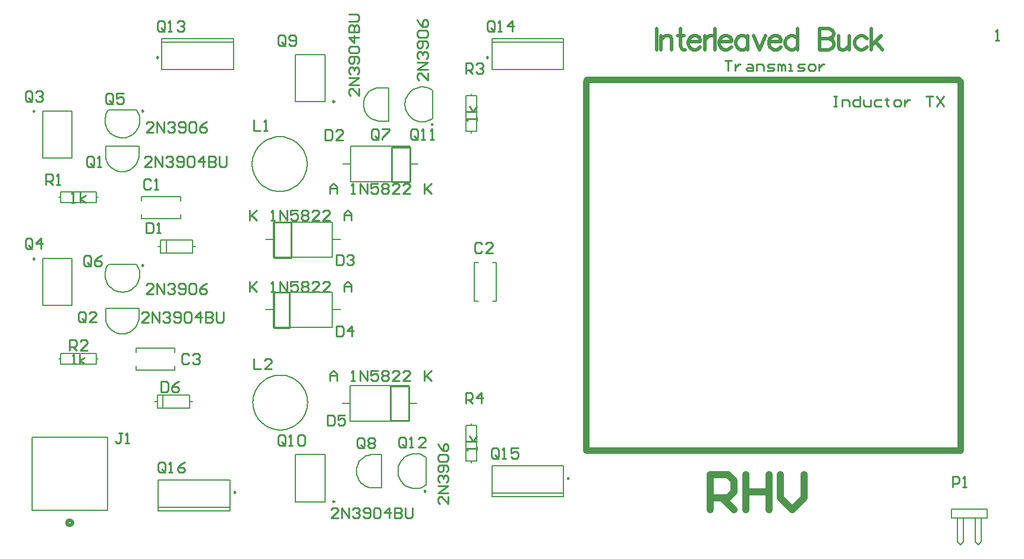
<source format=gto>
%FSTAX23Y23*%
%MOIN*%
%SFA1B1*%

%IPPOS*%
%ADD10C,0.020000*%
%ADD11C,0.009840*%
%ADD12C,0.007870*%
%ADD13C,0.010000*%
%ADD14C,0.006000*%
%ADD15C,0.035350*%
%ADD16C,0.019680*%
%ADD17C,0.039370*%
%LNpcb1-1*%
%LPD*%
G54D10*
X00321Y00025D02*
X00317Y00034D01*
X00308Y00039*
X00298Y00037*
X00292Y0003*
Y00019*
X00298Y00012*
X00308Y0001*
X00317Y00015*
X00321Y00025*
G54D11*
X02302Y00203D02*
X02294Y00207D01*
Y00199*
X02302Y00203*
X02341Y02261D02*
X02334Y02265D01*
Y02257*
X02341Y02261*
X00717Y0147D02*
X0071Y01474D01*
Y01466*
X00717Y0147*
Y02336D02*
X0071Y0234D01*
Y02332*
X00717Y02336*
X03105Y00275D02*
X03097Y00279D01*
Y00271*
X03105Y00275*
X00802Y02637D02*
X00794Y02642D01*
Y02633*
X00802Y02637*
X01233Y00196D02*
X01226Y00201D01*
Y00192*
X01233Y00196*
X02652Y02637D02*
X02645Y02642D01*
Y02633*
X02652Y02637*
X00109Y01507D02*
X00101Y01512D01*
Y01503*
X00109Y01507*
Y02334D02*
X00101Y02338D01*
Y0233*
X00109Y02334*
X0179Y00145D02*
X01782Y00149D01*
Y00141*
X0179Y00145*
Y02389D02*
X01782Y02394D01*
Y02385*
X0179Y02389*
G54D12*
X02303Y00392D02*
X02294Y00398D01*
X02285Y00403*
X02276Y00407*
X02266Y0041*
X02256Y00411*
X02246Y00412*
X02236Y00412*
X02226Y00411*
X02217Y00408*
X02207Y00405*
X02198Y00401*
X02189Y00396*
X02181Y0039*
X02174Y00383*
X02167Y00375*
X02161Y00367*
X02156Y00358*
X02152Y00349*
X02149Y00339*
X02147Y0033*
X02146Y0032*
Y00309*
X02147Y00299*
X02149Y0029*
X02152Y0028*
X02156Y00271*
X02161Y00262*
X02167Y00254*
X02174Y00246*
X02181Y00239*
X02189Y00233*
X02198Y00228*
X02207Y00224*
X02217Y0022*
X02226Y00218*
X02236Y00217*
X02246Y00217*
X02256Y00218*
X02266Y00219*
X02276Y00222*
X02285Y00226*
X02294Y00231*
X02303Y00237*
X02007Y00408D02*
X01997Y00408D01*
X01987Y00406*
X01977Y00403*
X01967Y004*
X01958Y00395*
X0195Y00389*
X01942Y00382*
X01935Y00375*
X01929Y00367*
X01924Y00358*
X0192Y00349*
X01917Y0034*
X01914Y0033*
X01913Y0032*
Y00309*
X01914Y00299*
X01917Y00289*
X0192Y0028*
X01924Y00271*
X01929Y00262*
X01935Y00254*
X01942Y00246*
X0195Y0024*
X01958Y00234*
X01967Y00229*
X01977Y00226*
X01987Y00223*
X01997Y00221*
X02007Y00221*
X02342Y0245D02*
X02334Y02456D01*
X02325Y02461*
X02315Y02465*
X02306Y02467*
X02296Y02469*
X02286Y0247*
X02276Y0247*
X02266Y02469*
X02256Y02466*
X02246Y02463*
X02237Y02459*
X02229Y02454*
X0222Y02448*
X02213Y02441*
X02206Y02433*
X02201Y02425*
X02196Y02416*
X02191Y02407*
X02188Y02397*
X02186Y02387*
X02185Y02377*
Y02367*
X02186Y02357*
X02188Y02347*
X02191Y02338*
X02196Y02329*
X02201Y0232*
X02206Y02312*
X02213Y02304*
X0222Y02297*
X02229Y02291*
X02237Y02286*
X02246Y02282*
X02256Y02278*
X02266Y02276*
X02276Y02275*
X02286Y02275*
X02296Y02275*
X02306Y02277*
X02315Y0228*
X02325Y02284*
X02334Y02289*
X02342Y02294*
X02046Y02466D02*
X02036Y02465D01*
X02026Y02464*
X02016Y02461*
X02007Y02457*
X01998Y02453*
X01989Y02447*
X01982Y0244*
X01975Y02433*
X01969Y02425*
X01963Y02416*
X01959Y02407*
X01956Y02397*
X01954Y02387*
X01953Y02377*
Y02367*
X01954Y02357*
X01956Y02347*
X01959Y02338*
X01963Y02328*
X01969Y0232*
X01975Y02312*
X01982Y02304*
X01989Y02298*
X01998Y02292*
X02007Y02287*
X02016Y02284*
X02026Y02281*
X02036Y02279*
X02046Y02279*
X00506Y01179D02*
X00506Y01169D01*
X00508Y01159*
X00511Y01149*
X00514Y0114*
X00519Y01131*
X00525Y01122*
X00531Y01114*
X00539Y01108*
X00547Y01101*
X00556Y01096*
X00565Y01092*
X00574Y01089*
X00584Y01086*
X00594Y01085*
X00605*
X00615Y01086*
X00625Y01089*
X00634Y01092*
X00643Y01096*
X00652Y01101*
X0066Y01108*
X00668Y01114*
X00674Y01122*
X0068Y01131*
X00685Y0114*
X00688Y01149*
X00691Y01159*
X00693Y01169*
X00693Y01179*
X00523Y01476D02*
X00517Y01468D01*
X00512Y01459*
X00508Y01449*
X00506Y0144*
X00504Y0143*
X00503Y0142*
X00503Y0141*
X00504Y014*
X00507Y0139*
X0051Y0138*
X00514Y01371*
X00519Y01362*
X00525Y01354*
X00532Y01347*
X0054Y0134*
X00548Y01334*
X00557Y01329*
X00566Y01325*
X00576Y01322*
X00586Y0132*
X00596Y01319*
X00606*
X00616Y0132*
X00626Y01322*
X00635Y01325*
X00644Y01329*
X00653Y01334*
X00661Y0134*
X00669Y01347*
X00676Y01354*
X00682Y01362*
X00687Y01371*
X00691Y0138*
X00695Y0139*
X00697Y014*
X00698Y0141*
X00698Y0142*
X00698Y0143*
X00696Y0144*
X00693Y01449*
X00689Y01459*
X00684Y01468*
X00679Y01476*
X00523Y02342D02*
X00517Y02334D01*
X00512Y02325*
X00508Y02315*
X00506Y02306*
X00504Y02296*
X00503Y02286*
X00503Y02276*
X00504Y02266*
X00507Y02256*
X0051Y02246*
X00514Y02237*
X00519Y02229*
X00525Y0222*
X00532Y02213*
X0054Y02206*
X00548Y02201*
X00557Y02196*
X00566Y02191*
X00576Y02188*
X00586Y02186*
X00596Y02185*
X00606*
X00616Y02186*
X00626Y02188*
X00635Y02191*
X00644Y02196*
X00653Y02201*
X00661Y02206*
X00669Y02213*
X00676Y0222*
X00682Y02229*
X00687Y02237*
X00691Y02246*
X00695Y02256*
X00697Y02266*
X00698Y02276*
X00698Y02286*
X00698Y02296*
X00696Y02306*
X00693Y02315*
X00689Y02325*
X00684Y02334*
X00679Y02342*
X00506Y02089D02*
X00506Y02079D01*
X00508Y02069*
X00511Y02059*
X00514Y0205*
X00519Y02041*
X00525Y02032*
X00531Y02024*
X00539Y02017*
X00547Y02011*
X00556Y02006*
X00565Y02002*
X00574Y01999*
X00584Y01996*
X00594Y01995*
X00605*
X00615Y01996*
X00625Y01999*
X00634Y02002*
X00643Y02006*
X00652Y02011*
X0066Y02017*
X00668Y02024*
X00674Y02032*
X0068Y02041*
X00685Y0205*
X00688Y02059*
X00691Y02069*
X00693Y02079*
X00693Y02089*
X01636Y02038D02*
X01636Y02048D01*
X01635Y02058*
X01633Y02068*
X01631Y02077*
X01628Y02087*
X01624Y02096*
X0162Y02106*
X01616Y02114*
X0161Y02123*
X01604Y02131*
X01598Y02139*
X01591Y02146*
X01584Y02153*
X01576Y02159*
X01568Y02165*
X01559Y02171*
X0155Y02175*
X01541Y02179*
X01532Y02183*
X01522Y02186*
X01513Y02188*
X01503Y0219*
X01493Y02191*
X01483Y02191*
X01473Y02191*
X01463Y0219*
X01453Y02188*
X01443Y02186*
X01433Y02183*
X01424Y02179*
X01415Y02175*
X01406Y02171*
X01397Y02165*
X01389Y02159*
X01381Y02153*
X01374Y02146*
X01367Y02139*
X01361Y02131*
X01355Y02123*
X0135Y02114*
X01345Y02106*
X01341Y02096*
X01337Y02087*
X01334Y02077*
X01332Y02068*
X0133Y02058*
X01329Y02048*
X01329Y02038*
X01329Y02028*
X0133Y02018*
X01332Y02008*
X01334Y01998*
X01337Y01988*
X01341Y01979*
X01345Y0197*
X0135Y01961*
X01355Y01952*
X01361Y01944*
X01367Y01936*
X01374Y01929*
X01381Y01922*
X01389Y01916*
X01397Y0191*
X01406Y01905*
X01415Y019*
X01424Y01896*
X01433Y01892*
X01443Y01889*
X01453Y01887*
X01463Y01885*
X01473Y01884*
X01483Y01884*
X01493Y01884*
X01503Y01885*
X01513Y01887*
X01522Y01889*
X01532Y01892*
X01541Y01896*
X0155Y019*
X01559Y01905*
X01568Y0191*
X01576Y01916*
X01584Y01922*
X01591Y01929*
X01598Y01936*
X01604Y01944*
X0161Y01952*
X01616Y01961*
X0162Y0197*
X01624Y01979*
X01628Y01988*
X01631Y01998*
X01633Y02008*
X01635Y02018*
X01636Y02028*
X01636Y02038*
X0164Y007D02*
X01639Y0071D01*
X01638Y0072*
X01637Y00729*
X01634Y00739*
X01631Y00749*
X01628Y00758*
X01624Y00767*
X01619Y00776*
X01614Y00785*
X01608Y00793*
X01601Y00801*
X01595Y00808*
X01587Y00815*
X01579Y00821*
X01571Y00827*
X01563Y00832*
X01554Y00837*
X01545Y00841*
X01535Y00845*
X01526Y00848*
X01516Y0085*
X01506Y00852*
X01496Y00853*
X01486Y00853*
X01476Y00853*
X01466Y00852*
X01456Y0085*
X01446Y00848*
X01437Y00845*
X01427Y00841*
X01418Y00837*
X01409Y00832*
X01401Y00827*
X01393Y00821*
X01385Y00815*
X01377Y00808*
X01371Y00801*
X01364Y00793*
X01358Y00785*
X01353Y00776*
X01348Y00767*
X01344Y00758*
X01341Y00749*
X01338Y00739*
X01335Y00729*
X01334Y0072*
X01333Y0071*
X01332Y007*
X01333Y00689*
X01334Y00679*
X01335Y0067*
X01338Y0066*
X01341Y0065*
X01344Y00641*
X01348Y00632*
X01353Y00623*
X01358Y00614*
X01364Y00606*
X01371Y00598*
X01377Y00591*
X01385Y00584*
X01393Y00578*
X01401Y00572*
X01409Y00567*
X01418Y00562*
X01427Y00558*
X01437Y00554*
X01446Y00551*
X01456Y00549*
X01466Y00547*
X01476Y00546*
X01486Y00546*
X01496Y00546*
X01506Y00547*
X01516Y00549*
X01526Y00551*
X01535Y00554*
X01545Y00558*
X01554Y00562*
X01563Y00567*
X01571Y00572*
X01579Y00578*
X01587Y00584*
X01595Y00591*
X01601Y00598*
X01608Y00606*
X01614Y00614*
X01619Y00623*
X01624Y00632*
X01628Y00641*
X01631Y0065*
X01634Y0066*
X01637Y0067*
X01638Y00679*
X01639Y00689*
X0164Y007*
X02559Y02422D02*
Y02431D01*
Y02213D02*
Y02222D01*
Y02422D02*
X02589D01*
Y02222D02*
Y02422D01*
X02529Y02222D02*
X02589D01*
X02529D02*
Y02422D01*
X02559*
X02208Y00695D02*
X02252D01*
X01833D02*
X01877D01*
X02208Y00595D02*
Y00794D01*
X01877Y00595D02*
X02208D01*
X01877D02*
Y00794D01*
X02208*
X01404Y01614D02*
X01448D01*
X01779D02*
X01823D01*
X01448Y01514D02*
Y01713D01*
X01779*
Y01514D02*
Y01713D01*
X01448Y01514D02*
X01779D01*
X01448Y01121D02*
X01779D01*
Y01319*
X01448D02*
X01779D01*
X01448Y01121D02*
Y01319D01*
X01779Y0122D02*
X01823D01*
X01404D02*
X01448D01*
X00895Y00882D02*
Y00906D01*
Y00983D02*
Y01006D01*
X00679D02*
X00895D01*
X00679Y00882D02*
Y00906D01*
Y00983D02*
Y01006D01*
Y00882D02*
X00895D01*
X00709Y01832D02*
Y01856D01*
Y01732D02*
Y01755D01*
Y01732D02*
X00926D01*
Y01832D02*
Y01856D01*
Y01732D02*
Y01755D01*
X00709Y01856D02*
X00926D01*
X02303Y00237D02*
Y00392D01*
X02007Y00408D02*
X02055D01*
Y00221D02*
Y00408D01*
X02007Y00221D02*
X02055D01*
X02699Y01269D02*
Y01486D01*
X02575Y01269D02*
X02599D01*
X02676D02*
X02699D01*
X02575D02*
Y01486D01*
X02599*
X02676D02*
X02699D01*
X05416Y-00083D02*
Y0005D01*
X054Y-001D02*
X05416Y-00083D01*
X05383D02*
X054Y-001D01*
X05383Y-00083D02*
Y0005D01*
X05316Y-00083D02*
Y0005D01*
X053Y-001D02*
X05316Y-00083D01*
X05283D02*
X053Y-001D01*
X05283Y-00083D02*
Y0005D01*
X0525Y001D02*
X0545D01*
X0525Y0005D02*
Y001D01*
X0545Y0005D02*
Y001D01*
X0525Y0005D02*
X0545D01*
X02342Y02294D02*
Y0245D01*
X02046Y02466D02*
X02094D01*
Y02279D02*
Y02466D01*
X02046Y02279D02*
X02094D01*
X00454Y00944D02*
X00463D01*
X00245D02*
X00254D01*
X00454Y00914D02*
Y00944D01*
X00254Y00914D02*
X00454D01*
X00254D02*
Y00974D01*
X00454*
Y00944D02*
Y00974D01*
X00506Y01179D02*
Y01227D01*
X00693*
Y01179D02*
Y01227D01*
X00523Y01476D02*
X00679D01*
X00815Y01612D02*
X00995D01*
Y01537D02*
Y01612D01*
X00815Y01537D02*
X00995D01*
X00815D02*
Y01612D01*
X00846Y01541D02*
Y01608D01*
X008Y01574D02*
X00815D01*
X00995D02*
X01011D01*
X00523Y02342D02*
X00679D01*
X00506Y02089D02*
Y02137D01*
X00693*
Y02089D02*
Y02137D01*
X01882Y02137D02*
X02213D01*
X01882Y01938D02*
Y02137D01*
Y01938D02*
X02213D01*
Y02137*
X01838Y02038D02*
X01882D01*
X02213D02*
X02257D01*
X02529Y00572D02*
X02559D01*
X02529Y00372D02*
Y00572D01*
Y00372D02*
X02589D01*
Y00572*
X02559D02*
X02589D01*
X02559Y00363D02*
Y00372D01*
Y00572D02*
Y00581D01*
X00454Y0185D02*
X00463D01*
X00245D02*
X00254D01*
X00454Y0182D02*
Y0185D01*
X00254Y0182D02*
X00454D01*
X00254D02*
Y0188D01*
X00454*
Y0185D02*
Y0188D01*
X03074Y00171D02*
Y00344D01*
X02673Y00171D02*
Y00344D01*
X03074*
X02673Y00171D02*
X03074D01*
X02673Y0019D02*
X03074D01*
X00798Y00742D02*
X00977D01*
Y00667D02*
Y00742D01*
X00798Y00667D02*
X00977D01*
X00798D02*
Y00742D01*
X00829Y00671D02*
Y00738D01*
X00782Y00705D02*
X00798D01*
X00977D02*
X00993D01*
X00822Y02722D02*
X01224D01*
X00822Y02742D02*
X01224D01*
X00822Y02568D02*
X01224D01*
Y02742*
X00822Y02568D02*
Y02742D01*
X00801Y00112D02*
X01203D01*
X00801Y00092D02*
X01203D01*
X00801Y00265D02*
X01203D01*
X00801Y00092D02*
Y00265D01*
X01203Y00092D02*
Y00265D01*
X02673Y02722D02*
X03074D01*
X02673Y02742D02*
X03074D01*
X02673Y02568D02*
X03074D01*
Y02742*
X02673Y02568D02*
Y02742D01*
X00153Y01246D02*
X00318D01*
X00153Y01509D02*
X00318D01*
Y01246D02*
Y01509D01*
X00153Y01246D02*
Y01509D01*
Y02072D02*
X00318D01*
X00153Y02336D02*
X00318D01*
Y02072D02*
Y02336D01*
X00153Y02072D02*
Y02336D01*
X01736Y00143D02*
Y00407D01*
X0157Y00143D02*
Y00407D01*
Y00143D02*
X01736D01*
X0157Y00407D02*
X01736D01*
Y02387D02*
Y02651D01*
X0157Y02387D02*
Y02651D01*
Y02387D02*
X01736D01*
X0157Y02651D02*
X01736D01*
G54D13*
X02103Y00597D02*
X02209D01*
X02103Y00793D02*
X02209D01*
Y00597D02*
Y00793D01*
X02103Y00597D02*
Y00793D01*
X0145Y01118D02*
X01537D01*
X0145Y01318D02*
X01537D01*
Y01118D02*
Y01318D01*
X0145Y01118D02*
Y01318D01*
X0211Y01939D02*
X02214D01*
X0211Y02133D02*
X02214D01*
Y01939D02*
Y02133D01*
X0211Y01939D02*
Y02133D01*
X0145Y01511D02*
X01547D01*
X0145Y0171D02*
X01547D01*
Y01511D02*
Y0171D01*
X0145Y01511D02*
Y0171D01*
X02589Y02282D02*
Y02302D01*
Y02292*
X02529*
X02539Y02282*
X02589Y02332D02*
X02529D01*
X02569D02*
X02549Y02362D01*
X02569Y02332D02*
X02589Y02362D01*
X02526Y02545D02*
Y02604D01*
X02555*
X02565Y02594*
Y02574*
X02555Y02564*
X02526*
X02545D02*
X02565Y02545D01*
X02585Y02594D02*
X02595Y02604D01*
X02615*
X02625Y02594*
Y02584*
X02615Y02574*
X02605*
X02615*
X02625Y02564*
Y02555*
X02615Y02545*
X02595*
X02585Y02555*
X0398Y02619D02*
X04019D01*
X03999*
Y0256*
X04039Y02599D02*
Y0256D01*
Y02579*
X04049Y02589*
X04059Y02599*
X04069*
X04109D02*
X04129D01*
X04139Y02589*
Y0256*
X04109*
X04099Y0257*
X04109Y02579*
X04139*
X04159Y0256D02*
Y02599D01*
X04189*
X04199Y02589*
Y0256*
X04219D02*
X04249D01*
X04259Y0257*
X04249Y02579*
X04229*
X04219Y02589*
X04229Y02599*
X04259*
X04279Y0256D02*
Y02599D01*
X04289*
X04299Y02589*
Y0256*
Y02589*
X04309Y02599*
X04319Y02589*
Y0256*
X04339D02*
X04359D01*
X04349*
Y02599*
X04339*
X04389Y0256D02*
X04419D01*
X04429Y0257*
X04419Y02579*
X04399*
X04389Y02589*
X04399Y02599*
X04429*
X04459Y0256D02*
X04479D01*
X04489Y0257*
Y02589*
X04479Y02599*
X04459*
X04449Y02589*
Y0257*
X04459Y0256*
X04509Y02599D02*
Y0256D01*
Y02579*
X04519Y02589*
X04529Y02599*
X04539*
X0459Y02419D02*
X04609D01*
X046*
Y0236*
X0459*
X04609*
X04639D02*
Y02399D01*
X04669*
X04679Y02389*
Y0236*
X04739Y02419D02*
Y0236D01*
X04709*
X04699Y0237*
Y02389*
X04709Y02399*
X04739*
X04759D02*
Y0237D01*
X04769Y0236*
X04799*
Y02399*
X04859D02*
X04829D01*
X04819Y02389*
Y0237*
X04829Y0236*
X04859*
X04889Y02409D02*
Y02399D01*
X04879*
X04899*
X04889*
Y0237*
X04899Y0236*
X04939D02*
X04959D01*
X04969Y0237*
Y02389*
X04959Y02399*
X04939*
X04929Y02389*
Y0237*
X04939Y0236*
X04989Y02399D02*
Y0236D01*
Y02379*
X04999Y02389*
X05009Y02399*
X05019*
X05109Y02419D02*
X05149D01*
X05129*
Y0236*
X05169Y02419D02*
X05209Y0236D01*
Y02419D02*
X05169Y0236D01*
X05498Y02733D02*
X05517D01*
X05508*
Y02792*
X05498Y02782*
X05256Y00225D02*
Y00284D01*
X05285*
X05295Y00274*
Y00254*
X05285Y00244*
X05256*
X05315Y00225D02*
X05335D01*
X05325*
Y00284*
X05315Y00274*
X006Y00529D02*
X0058D01*
X0059*
Y0048*
X0058Y0047*
X0057*
X0056Y0048*
X00619Y0047D02*
X00639D01*
X00629*
Y00529*
X00619Y00519*
X00836Y02793D02*
Y02832D01*
X00826Y02842*
X00807*
X00797Y02832*
Y02793*
X00807Y02783*
X00826*
X00816Y02802D02*
X00836Y02783D01*
X00826D02*
X00836Y02793D01*
X00856Y02783D02*
X00876D01*
X00866*
Y02842*
X00856Y02832*
X00906D02*
X00916Y02842D01*
X00936*
X00946Y02832*
Y02822*
X00936Y02812*
X00926*
X00936*
X00946Y02802*
Y02793*
X00936Y02783*
X00916*
X00906Y02793*
X018Y01129D02*
Y0107D01*
X0183*
X0184Y0108*
Y01119*
X0183Y01129*
X018*
X01889Y0107D02*
Y01129D01*
X0186Y011*
X01899*
X01315Y01379D02*
Y0132D01*
Y0134*
X01355Y01379*
X01325Y0135*
X01355Y0132*
X01435D02*
X01455D01*
X01445*
Y01379*
X01435Y01369*
X01485Y0132D02*
Y01379D01*
X01525Y0132*
Y01379*
X01585D02*
X01545D01*
Y0135*
X01565Y0136*
X01575*
X01585Y0135*
Y0133*
X01575Y0132*
X01555*
X01545Y0133*
X01605Y01369D02*
X01615Y01379D01*
X01634*
X01644Y01369*
Y0136*
X01634Y0135*
X01644Y0134*
Y0133*
X01634Y0132*
X01615*
X01605Y0133*
Y0134*
X01615Y0135*
X01605Y0136*
Y01369*
X01615Y0135D02*
X01634D01*
X01704Y0132D02*
X01664D01*
X01704Y0136*
Y01369*
X01694Y01379*
X01674*
X01664Y01369*
X01764Y0132D02*
X01724D01*
X01764Y0136*
Y01369*
X01754Y01379*
X01734*
X01724Y01369*
X01844Y0132D02*
Y0136D01*
X01864Y01379*
X01884Y0136*
Y0132*
Y0135*
X01844*
X02617Y01588D02*
X02607Y01598D01*
X02588*
X02578Y01588*
Y01548*
X02588Y01538*
X02607*
X02617Y01548*
X02677Y01538D02*
X02637D01*
X02677Y01578*
Y01588*
X02667Y01598*
X02647*
X02637Y01588*
X02526Y00695D02*
Y00754D01*
X02555*
X02565Y00744*
Y00724*
X02555Y00714*
X02526*
X02545D02*
X02565Y00695D01*
X02615D02*
Y00754D01*
X02585Y00724*
X02625*
X02589Y00432D02*
Y00452D01*
Y00442*
X02529*
X02539Y00432*
X02589Y00482D02*
X02529D01*
X02569D02*
X02549Y00512D01*
X02569Y00482D02*
X02589Y00512D01*
X00304Y00993D02*
Y01053D01*
X00334*
X00344Y01043*
Y01023*
X00334Y01013*
X00304*
X00324D02*
X00344Y00993D01*
X00404D02*
X00364D01*
X00404Y01033*
Y01043*
X00394Y01053*
X00374*
X00364Y01043*
X00321Y00919D02*
X00337D01*
X00329*
Y00969*
X00321Y00961*
X00362Y00919D02*
Y00969D01*
Y00936D02*
X00387Y00953D01*
X00362Y00936D02*
X00387Y00919D01*
X00172Y01923D02*
Y01982D01*
X00201*
X00211Y01972*
Y01952*
X00201Y01942*
X00172*
X00191D02*
X00211Y01923D01*
X00231D02*
X00251D01*
X00241*
Y01982*
X00231Y01972*
X00314Y0182D02*
X00334D01*
X00324*
Y0188*
X00314Y0187*
X00364Y0182D02*
Y0188D01*
Y0184D02*
X00394Y0186D01*
X00364Y0184D02*
X00394Y0182D01*
X0084Y00317D02*
Y00356D01*
X0083Y00366*
X00811*
X00801Y00356*
Y00317*
X00811Y00307*
X0083*
X0082Y00326D02*
X0084Y00307D01*
X0083D02*
X0084Y00317D01*
X0086Y00307D02*
X0088D01*
X0087*
Y00366*
X0086Y00356*
X0095Y00366D02*
X0093Y00356D01*
X0091Y00336*
Y00317*
X0092Y00307*
X0094*
X0095Y00317*
Y00326*
X0094Y00336*
X0091*
X02711Y00395D02*
Y00434D01*
X02701Y00444*
X02682*
X02672Y00434*
Y00395*
X02682Y00385*
X02701*
X02691Y00404D02*
X02711Y00385D01*
X02701D02*
X02711Y00395D01*
X02731Y00385D02*
X02751D01*
X02741*
Y00444*
X02731Y00434*
X02821Y00444D02*
X02781D01*
Y00414*
X02801Y00424*
X02811*
X02821Y00414*
Y00395*
X02811Y00385*
X02791*
X02781Y00395*
X02687Y02793D02*
Y02832D01*
X02677Y02842*
X02658*
X02648Y02832*
Y02793*
X02658Y02783*
X02677*
X02667Y02802D02*
X02687Y02783D01*
X02677D02*
X02687Y02793D01*
X02707Y02783D02*
X02727D01*
X02717*
Y02842*
X02707Y02832*
X02787Y02783D02*
Y02842D01*
X02757Y02812*
X02797*
X02191Y00457D02*
Y00496D01*
X02181Y00506*
X02162*
X02152Y00496*
Y00457*
X02162Y00447*
X02181*
X02171Y00466D02*
X02191Y00447D01*
X02181D02*
X02191Y00457D01*
X02211Y00447D02*
X02231D01*
X02221*
Y00506*
X02211Y00496*
X02301Y00447D02*
X02261D01*
X02301Y00486*
Y00496*
X02291Y00506*
X02271*
X02261Y00496*
X02429Y0017D02*
Y0013D01*
X0239Y0017*
X0238*
X0237Y0016*
Y0014*
X0238Y0013*
X02429Y0019D02*
X0237D01*
X02429Y0023*
X0237*
X0238Y0025D02*
X0237Y0026D01*
Y0028*
X0238Y0029*
X0239*
X024Y0028*
Y0027*
Y0028*
X0241Y0029*
X02419*
X02429Y0028*
Y0026*
X02419Y0025*
Y0031D02*
X02429Y00319D01*
Y00339*
X02419Y00349*
X0238*
X0237Y00339*
Y00319*
X0238Y0031*
X0239*
X024Y00319*
Y00349*
X0238Y00369D02*
X0237Y00379D01*
Y00399*
X0238Y00409*
X02419*
X02429Y00399*
Y00379*
X02419Y00369*
X0238*
X0237Y00469D02*
X0238Y00449D01*
X024Y00429*
X02419*
X02429Y00439*
Y00459*
X02419Y00469*
X0241*
X024Y00459*
Y00429*
X02258Y02184D02*
Y02224D01*
X02248Y02234*
X02228*
X02218Y02224*
Y02184*
X02228Y02174*
X02248*
X02238Y02194D02*
X02258Y02174D01*
X02248D02*
X02258Y02184D01*
X02278Y02174D02*
X02298D01*
X02288*
Y02234*
X02278Y02224*
X02328Y02174D02*
X02348D01*
X02338*
Y02234*
X02328Y02224*
X02313Y02547D02*
Y02507D01*
X02273Y02547*
X02263*
X02253Y02537*
Y02517*
X02263Y02507*
X02313Y02567D02*
X02253D01*
X02313Y02607*
X02253*
X02263Y02627D02*
X02253Y02637D01*
Y02657*
X02263Y02667*
X02273*
X02283Y02657*
Y02647*
Y02657*
X02293Y02667*
X02303*
X02313Y02657*
Y02637*
X02303Y02627*
Y02687D02*
X02313Y02697D01*
Y02717*
X02303Y02727*
X02263*
X02253Y02717*
Y02697*
X02263Y02687*
X02273*
X02283Y02697*
Y02727*
X02263Y02747D02*
X02253Y02757D01*
Y02777*
X02263Y02787*
X02303*
X02313Y02777*
Y02757*
X02303Y02747*
X02263*
X02253Y02847D02*
X02263Y02827D01*
X02283Y02807*
X02303*
X02313Y02817*
Y02837*
X02303Y02847*
X02293*
X02283Y02837*
Y02807*
X01513Y00468D02*
Y00507D01*
X01503Y00517*
X01484*
X01474Y00507*
Y00468*
X01484Y00458*
X01503*
X01493Y00477D02*
X01513Y00458D01*
X01503D02*
X01513Y00468D01*
X01533Y00458D02*
X01553D01*
X01543*
Y00517*
X01533Y00507*
X01583D02*
X01593Y00517D01*
X01613*
X01623Y00507*
Y00468*
X01613Y00458*
X01593*
X01583Y00468*
Y00507*
X01513Y02712D02*
Y02752D01*
X01503Y02762*
X01484*
X01474Y02752*
Y02712*
X01484Y02702*
X01503*
X01493Y02722D02*
X01513Y02702D01*
X01503D02*
X01513Y02712D01*
X01533D02*
X01543Y02702D01*
X01563*
X01573Y02712*
Y02752*
X01563Y02762*
X01543*
X01533Y02752*
Y02742*
X01543Y02732*
X01573*
X01958Y00454D02*
Y00493D01*
X01948Y00503*
X01929*
X01919Y00493*
Y00454*
X01929Y00444*
X01948*
X01938Y00463D02*
X01958Y00444D01*
X01948D02*
X01958Y00454D01*
X01978Y00493D02*
X01988Y00503D01*
X02008*
X02018Y00493*
Y00483*
X02008Y00473*
X02018Y00463*
Y00454*
X02008Y00444*
X01988*
X01978Y00454*
Y00463*
X01988Y00473*
X01978Y00483*
Y00493*
X01988Y00473D02*
X02008D01*
X0181Y0005D02*
X0177D01*
X0181Y0009*
Y00099*
X018Y00109*
X0178*
X0177Y00099*
X0183Y0005D02*
Y00109D01*
X0187Y0005*
Y00109*
X0189Y00099D02*
X019Y00109D01*
X0192*
X0193Y00099*
Y0009*
X0192Y0008*
X0191*
X0192*
X0193Y0007*
Y0006*
X0192Y0005*
X019*
X0189Y0006*
X0195D02*
X0196Y0005D01*
X0198*
X0199Y0006*
Y00099*
X0198Y00109*
X0196*
X0195Y00099*
Y0009*
X0196Y0008*
X0199*
X0201Y00099D02*
X02019Y00109D01*
X02039*
X02049Y00099*
Y0006*
X02039Y0005*
X02019*
X0201Y0006*
Y00099*
X02099Y0005D02*
Y00109D01*
X02069Y0008*
X02109*
X02129Y00109D02*
Y0005D01*
X02159*
X02169Y0006*
Y0007*
X02159Y0008*
X02129*
X02159*
X02169Y0009*
Y00099*
X02159Y00109*
X02129*
X02189D02*
Y0006D01*
X02199Y0005*
X02219*
X02229Y0006*
Y00109*
X02037Y02184D02*
Y02224D01*
X02027Y02234*
X02007*
X01997Y02224*
Y02184*
X02007Y02174*
X02027*
X02017Y02194D02*
X02037Y02174D01*
X02027D02*
X02037Y02184D01*
X02057Y02234D02*
X02097D01*
Y02224*
X02057Y02184*
Y02174*
X01929Y0246D02*
Y0242D01*
X0189Y0246*
X0188*
X0187Y0245*
Y0243*
X0188Y0242*
X01929Y0248D02*
X0187D01*
X01929Y0252*
X0187*
X0188Y0254D02*
X0187Y0255D01*
Y0257*
X0188Y0258*
X0189*
X019Y0257*
Y0256*
Y0257*
X0191Y0258*
X01919*
X01929Y0257*
Y0255*
X01919Y0254*
Y026D02*
X01929Y0261D01*
Y0263*
X01919Y0264*
X0188*
X0187Y0263*
Y0261*
X0188Y026*
X0189*
X019Y0261*
Y0264*
X0188Y0266D02*
X0187Y02669D01*
Y02689*
X0188Y02699*
X01919*
X01929Y02689*
Y02669*
X01919Y0266*
X0188*
X01929Y02749D02*
X0187D01*
X019Y02719*
Y02759*
X0187Y02779D02*
X01929D01*
Y02809*
X01919Y02819*
X0191*
X019Y02809*
Y02779*
Y02809*
X0189Y02819*
X0188*
X0187Y02809*
Y02779*
Y02839D02*
X01919D01*
X01929Y02849*
Y02869*
X01919Y02879*
X0187*
X00423Y01476D02*
Y01516D01*
X00413Y01526*
X00393*
X00383Y01516*
Y01476*
X00393Y01466*
X00413*
X00403Y01486D02*
X00423Y01466D01*
X00413D02*
X00423Y01476D01*
X00483Y01526D02*
X00463Y01516D01*
X00443Y01496*
Y01476*
X00453Y01466*
X00473*
X00483Y01476*
Y01486*
X00473Y01496*
X00443*
X00775Y01308D02*
X00735D01*
X00775Y01348*
Y01358*
X00765Y01368*
X00745*
X00735Y01358*
X00795Y01308D02*
Y01368D01*
X00835Y01308*
Y01368*
X00855Y01358D02*
X00865Y01368D01*
X00885*
X00895Y01358*
Y01348*
X00885Y01338*
X00875*
X00885*
X00895Y01328*
Y01318*
X00885Y01308*
X00865*
X00855Y01318*
X00915D02*
X00925Y01308D01*
X00945*
X00955Y01318*
Y01358*
X00945Y01368*
X00925*
X00915Y01358*
Y01348*
X00925Y01338*
X00955*
X00975Y01358D02*
X00985Y01368D01*
X01005*
X01015Y01358*
Y01318*
X01005Y01308*
X00985*
X00975Y01318*
Y01358*
X01075Y01368D02*
X01055Y01358D01*
X01035Y01338*
Y01318*
X01045Y01308*
X01065*
X01075Y01318*
Y01328*
X01065Y01338*
X01035*
X00548Y02386D02*
Y02425D01*
X00538Y02435*
X00519*
X00509Y02425*
Y02386*
X00519Y02376*
X00538*
X00528Y02395D02*
X00548Y02376D01*
X00538D02*
X00548Y02386D01*
X00608Y02435D02*
X00568D01*
Y02405*
X00588Y02415*
X00598*
X00608Y02405*
Y02386*
X00598Y02376*
X00578*
X00568Y02386*
X00775Y02214D02*
X00735D01*
X00775Y02254*
Y02264*
X00765Y02274*
X00745*
X00735Y02264*
X00795Y02214D02*
Y02274D01*
X00835Y02214*
Y02274*
X00855Y02264D02*
X00865Y02274D01*
X00885*
X00895Y02264*
Y02254*
X00885Y02244*
X00875*
X00885*
X00895Y02234*
Y02224*
X00885Y02214*
X00865*
X00855Y02224*
X00915D02*
X00925Y02214D01*
X00945*
X00955Y02224*
Y02264*
X00945Y02274*
X00925*
X00915Y02264*
Y02254*
X00925Y02244*
X00955*
X00975Y02264D02*
X00985Y02274D01*
X01005*
X01015Y02264*
Y02224*
X01005Y02214*
X00985*
X00975Y02224*
Y02264*
X01075Y02274D02*
X01055Y02264D01*
X01035Y02244*
Y02224*
X01045Y02214*
X01065*
X01075Y02224*
Y02234*
X01065Y02244*
X01035*
X00095Y0157D02*
Y0161D01*
X00085Y0162*
X00066*
X00056Y0161*
Y0157*
X00066Y0156*
X00085*
X00075Y0158D02*
X00095Y0156D01*
X00085D02*
X00095Y0157D01*
X00145Y0156D02*
Y0162D01*
X00115Y0159*
X00155*
X00095Y02397D02*
Y02437D01*
X00085Y02447*
X00066*
X00056Y02437*
Y02397*
X00066Y02387*
X00085*
X00075Y02407D02*
X00095Y02387D01*
X00085D02*
X00095Y02397D01*
X00115Y02437D02*
X00125Y02447D01*
X00145*
X00155Y02437*
Y02427*
X00145Y02417*
X00135*
X00145*
X00155Y02407*
Y02397*
X00145Y02387*
X00125*
X00115Y02397*
X00393Y0116D02*
Y01199D01*
X00383Y01209*
X00363*
X00353Y01199*
Y0116*
X00363Y0115*
X00383*
X00373Y0117D02*
X00393Y0115D01*
X00383D02*
X00393Y0116D01*
X00453Y0115D02*
X00413D01*
X00453Y0119*
Y01199*
X00443Y01209*
X00423*
X00413Y01199*
X00749Y01148D02*
X00709D01*
X00749Y01188*
Y01198*
X00739Y01208*
X00719*
X00709Y01198*
X00769Y01148D02*
Y01208D01*
X00809Y01148*
Y01208*
X00829Y01198D02*
X00839Y01208D01*
X00859*
X00869Y01198*
Y01188*
X00859Y01178*
X00849*
X00859*
X00869Y01168*
Y01158*
X00859Y01148*
X00839*
X00829Y01158*
X00889D02*
X00899Y01148D01*
X00919*
X00929Y01158*
Y01198*
X00919Y01208*
X00899*
X00889Y01198*
Y01188*
X00899Y01178*
X00929*
X00949Y01198D02*
X00959Y01208D01*
X00979*
X00989Y01198*
Y01158*
X00979Y01148*
X00959*
X00949Y01158*
Y01198*
X01039Y01148D02*
Y01208D01*
X01009Y01178*
X01049*
X01069Y01208D02*
Y01148D01*
X01099*
X01109Y01158*
Y01168*
X01099Y01178*
X01069*
X01099*
X01109Y01188*
Y01198*
X01099Y01208*
X01069*
X01129D02*
Y01158D01*
X01139Y01148*
X01159*
X01169Y01158*
Y01208*
X00442Y0203D02*
Y0207D01*
X00432Y0208*
X00412*
X00402Y0207*
Y0203*
X00412Y0202*
X00432*
X00422Y0204D02*
X00442Y0202D01*
X00432D02*
X00442Y0203D01*
X00462Y0202D02*
X00482D01*
X00472*
Y0208*
X00462Y0207*
X00764Y0202D02*
X00724D01*
X00764Y0206*
Y0207*
X00754Y0208*
X00734*
X00724Y0207*
X00784Y0202D02*
Y0208D01*
X00824Y0202*
Y0208*
X00844Y0207D02*
X00854Y0208D01*
X00874*
X00884Y0207*
Y0206*
X00874Y0205*
X00864*
X00874*
X00884Y0204*
Y0203*
X00874Y0202*
X00854*
X00844Y0203*
X00904D02*
X00914Y0202D01*
X00934*
X00944Y0203*
Y0207*
X00934Y0208*
X00914*
X00904Y0207*
Y0206*
X00914Y0205*
X00944*
X00964Y0207D02*
X00974Y0208D01*
X00994*
X01004Y0207*
Y0203*
X00994Y0202*
X00974*
X00964Y0203*
Y0207*
X01054Y0202D02*
Y0208D01*
X01024Y0205*
X01064*
X01084Y0208D02*
Y0202D01*
X01114*
X01124Y0203*
Y0204*
X01114Y0205*
X01084*
X01114*
X01124Y0206*
Y0207*
X01114Y0208*
X01084*
X01144D02*
Y0203D01*
X01154Y0202*
X01174*
X01184Y0203*
Y0208*
X01339Y00946D02*
Y00887D01*
X01378*
X01438D02*
X01398D01*
X01438Y00926*
Y00936*
X01428Y00946*
X01408*
X01398Y00936*
X01336Y02285D02*
Y02225D01*
X01375*
X01395D02*
X01415D01*
X01405*
Y02285*
X01395Y02275*
X00816Y00817D02*
Y00757D01*
X00846*
X00856Y00767*
Y00807*
X00846Y00817*
X00816*
X00916D02*
X00896Y00807D01*
X00876Y00787*
Y00767*
X00886Y00757*
X00906*
X00916Y00767*
Y00777*
X00906Y00787*
X00876*
X0175Y00629D02*
Y0057D01*
X0178*
X0179Y0058*
Y00619*
X0178Y00629*
X0175*
X01849D02*
X0181D01*
Y006*
X01829Y0061*
X01839*
X01849Y006*
Y0058*
X01839Y0057*
X01819*
X0181Y0058*
X01765Y0082D02*
Y0086D01*
X01785Y00879*
X01805Y0086*
Y0082*
Y0085*
X01765*
X01885Y0082D02*
X01905D01*
X01895*
Y00879*
X01885Y00869*
X01935Y0082D02*
Y00879D01*
X01975Y0082*
Y00879*
X02035D02*
X01995D01*
Y0085*
X02015Y0086*
X02025*
X02035Y0085*
Y0083*
X02025Y0082*
X02005*
X01995Y0083*
X02055Y00869D02*
X02065Y00879D01*
X02084*
X02094Y00869*
Y0086*
X02084Y0085*
X02094Y0084*
Y0083*
X02084Y0082*
X02065*
X02055Y0083*
Y0084*
X02065Y0085*
X02055Y0086*
Y00869*
X02065Y0085D02*
X02084D01*
X02154Y0082D02*
X02114D01*
X02154Y0086*
Y00869*
X02144Y00879*
X02124*
X02114Y00869*
X02214Y0082D02*
X02174D01*
X02214Y0086*
Y00869*
X02204Y00879*
X02184*
X02174Y00869*
X02294Y00879D02*
Y0082D01*
Y0084*
X02334Y00879*
X02304Y0085*
X02334Y0082*
X018Y01529D02*
Y0147D01*
X0183*
X0184Y0148*
Y01519*
X0183Y01529*
X018*
X0186Y01519D02*
X01869Y01529D01*
X01889*
X01899Y01519*
Y0151*
X01889Y015*
X01879*
X01889*
X01899Y0149*
Y0148*
X01889Y0147*
X01869*
X0186Y0148*
X01315Y01779D02*
Y0172D01*
Y0174*
X01355Y01779*
X01325Y0175*
X01355Y0172*
X01435D02*
X01455D01*
X01445*
Y01779*
X01435Y01769*
X01485Y0172D02*
Y01779D01*
X01525Y0172*
Y01779*
X01585D02*
X01545D01*
Y0175*
X01565Y0176*
X01575*
X01585Y0175*
Y0173*
X01575Y0172*
X01555*
X01545Y0173*
X01605Y01769D02*
X01615Y01779D01*
X01634*
X01644Y01769*
Y0176*
X01634Y0175*
X01644Y0174*
Y0173*
X01634Y0172*
X01615*
X01605Y0173*
Y0174*
X01615Y0175*
X01605Y0176*
Y01769*
X01615Y0175D02*
X01634D01*
X01704Y0172D02*
X01664D01*
X01704Y0176*
Y01769*
X01694Y01779*
X01674*
X01664Y01769*
X01764Y0172D02*
X01724D01*
X01764Y0176*
Y01769*
X01754Y01779*
X01734*
X01724Y01769*
X01844Y0172D02*
Y0176D01*
X01864Y01779*
X01884Y0176*
Y0172*
Y0175*
X01844*
X01737Y0223D02*
Y02171D01*
X01766*
X01776Y02181*
Y0222*
X01766Y0223*
X01737*
X01836Y02171D02*
X01796D01*
X01836Y0221*
Y0222*
X01826Y0223*
X01806*
X01796Y0222*
X01765Y0187D02*
Y0191D01*
X01785Y01929*
X01805Y0191*
Y0187*
Y019*
X01765*
X01885Y0187D02*
X01905D01*
X01895*
Y01929*
X01885Y01919*
X01935Y0187D02*
Y01929D01*
X01975Y0187*
Y01929*
X02035D02*
X01995D01*
Y019*
X02015Y0191*
X02025*
X02035Y019*
Y0188*
X02025Y0187*
X02005*
X01995Y0188*
X02055Y01919D02*
X02065Y01929D01*
X02084*
X02094Y01919*
Y0191*
X02084Y019*
X02094Y0189*
Y0188*
X02084Y0187*
X02065*
X02055Y0188*
Y0189*
X02065Y019*
X02055Y0191*
Y01919*
X02065Y019D02*
X02084D01*
X02154Y0187D02*
X02114D01*
X02154Y0191*
Y01919*
X02144Y01929*
X02124*
X02114Y01919*
X02214Y0187D02*
X02174D01*
X02214Y0191*
Y01919*
X02204Y01929*
X02184*
X02174Y01919*
X02294Y01929D02*
Y0187D01*
Y0189*
X02334Y01929*
X02304Y019*
X02334Y0187*
X00734Y01709D02*
Y0165D01*
X00763*
X00773Y0166*
Y01699*
X00763Y01709*
X00734*
X00793Y0165D02*
X00813D01*
X00803*
Y01709*
X00793Y01699*
X00974Y00964D02*
X00964Y00974D01*
X00944*
X00934Y00964*
Y00924*
X00944Y00914*
X00964*
X00974Y00924*
X00994Y00964D02*
X01004Y00974D01*
X01024*
X01034Y00964*
Y00954*
X01024Y00944*
X01014*
X01024*
X01034Y00934*
Y00924*
X01024Y00914*
X01004*
X00994Y00924*
X00761Y01944D02*
X00751Y01954D01*
X00732*
X00722Y01944*
Y01905*
X00732Y01895*
X00751*
X00761Y01905*
X00781Y01895D02*
X00801D01*
X00791*
Y01954*
X00781Y01944*
G54D14*
X00517Y00095D02*
Y00505D01*
X00094D02*
X00517D01*
X00094Y00095D02*
Y00505D01*
Y00095D02*
X00517D01*
G54D15*
X032Y025D02*
Y02354D01*
D01*
X053Y0234D02*
Y025D01*
X0337Y0251D02*
X05291D01*
X053Y00433D02*
Y0234D01*
X03204Y0251D02*
X0337D01*
X032Y00433D02*
Y02354D01*
Y00433D02*
X053D01*
G54D16*
X03596Y02797D02*
Y02679D01*
X0362Y02758D02*
Y02679D01*
Y02735D02*
X03637Y02752D01*
X03648Y02758*
X03665*
X03676Y02752*
X03682Y02735*
Y02679*
X0373Y02797D02*
Y02702D01*
X03736Y02685*
X03747Y02679*
X03758*
X03713Y02758D02*
X03752D01*
X03775Y02724D02*
X03842D01*
Y02735*
X03837Y02747*
X03831Y02752*
X0382Y02758*
X03803*
X03792Y02752*
X03781Y02741*
X03775Y02724*
Y02713*
X03781Y02696*
X03792Y02685*
X03803Y02679*
X0382*
X03831Y02685*
X03842Y02696*
X03868Y02758D02*
Y02679D01*
Y02724D02*
X03873Y02741D01*
X03885Y02752*
X03896Y02758*
X03913*
X03923Y02797D02*
Y02679D01*
X03948Y02724D02*
X04016D01*
Y02735*
X0401Y02747*
X04004Y02752*
X03993Y02758*
X03976*
X03965Y02752*
X03954Y02741*
X03948Y02724*
Y02713*
X03954Y02696*
X03965Y02685*
X03976Y02679*
X03993*
X04004Y02685*
X04016Y02696*
X04108Y02758D02*
Y02679D01*
Y02741D02*
X04097Y02752D01*
X04086Y02758*
X04069*
X04058Y02752*
X04046Y02741*
X04041Y02724*
Y02713*
X04046Y02696*
X04058Y02685*
X04069Y02679*
X04086*
X04097Y02685*
X04108Y02696*
X0414Y02758D02*
X04174Y02679D01*
X04207Y02758D02*
X04174Y02679D01*
X04226Y02724D02*
X04294D01*
Y02735*
X04288Y02747*
X04283Y02752*
X04271Y02758*
X04255*
X04243Y02752*
X04232Y02741*
X04226Y02724*
Y02713*
X04232Y02696*
X04243Y02685*
X04255Y02679*
X04271*
X04283Y02685*
X04294Y02696*
X04387Y02797D02*
Y02679D01*
Y02741D02*
X04375Y02752D01*
X04364Y02758*
X04347*
X04336Y02752*
X04325Y02741*
X04319Y02724*
Y02713*
X04325Y02696*
X04336Y02685*
X04347Y02679*
X04364*
X04375Y02685*
X04387Y02696*
X04511Y02797D02*
Y02679D01*
Y02797D02*
X04562D01*
X04578Y02792*
X04584Y02786*
X0459Y02775*
Y02764*
X04584Y02752*
X04578Y02747*
X04562Y02741*
X04511D02*
X04562D01*
X04578Y02735*
X04584Y0273*
X0459Y02719*
Y02702*
X04584Y0269*
X04578Y02685*
X04562Y02679*
X04511*
X04616Y02758D02*
Y02702D01*
X04622Y02685*
X04633Y02679*
X0465*
X04661Y02685*
X04678Y02702*
Y02758D02*
Y02679D01*
X04776Y02741D02*
X04765Y02752D01*
X04754Y02758*
X04737*
X04726Y02752*
X04714Y02741*
X04709Y02724*
Y02713*
X04714Y02696*
X04726Y02685*
X04737Y02679*
X04754*
X04765Y02685*
X04776Y02696*
X04802Y02797D02*
Y02679D01*
X04858Y02758D02*
X04802Y02702D01*
X04824Y02724D02*
X04864Y02679D01*
G54D17*
X03899Y00099D02*
Y00296D01*
X03997*
X0403Y00263*
Y00197*
X03997Y00164*
X03899*
X03964D02*
X0403Y00099D01*
X04096Y00296D02*
Y00099D01*
Y00197*
X04227*
Y00296*
Y00099*
X04292Y00296D02*
Y00164D01*
X04358Y00099*
X04424Y00164*
Y00296*
M02*
</source>
